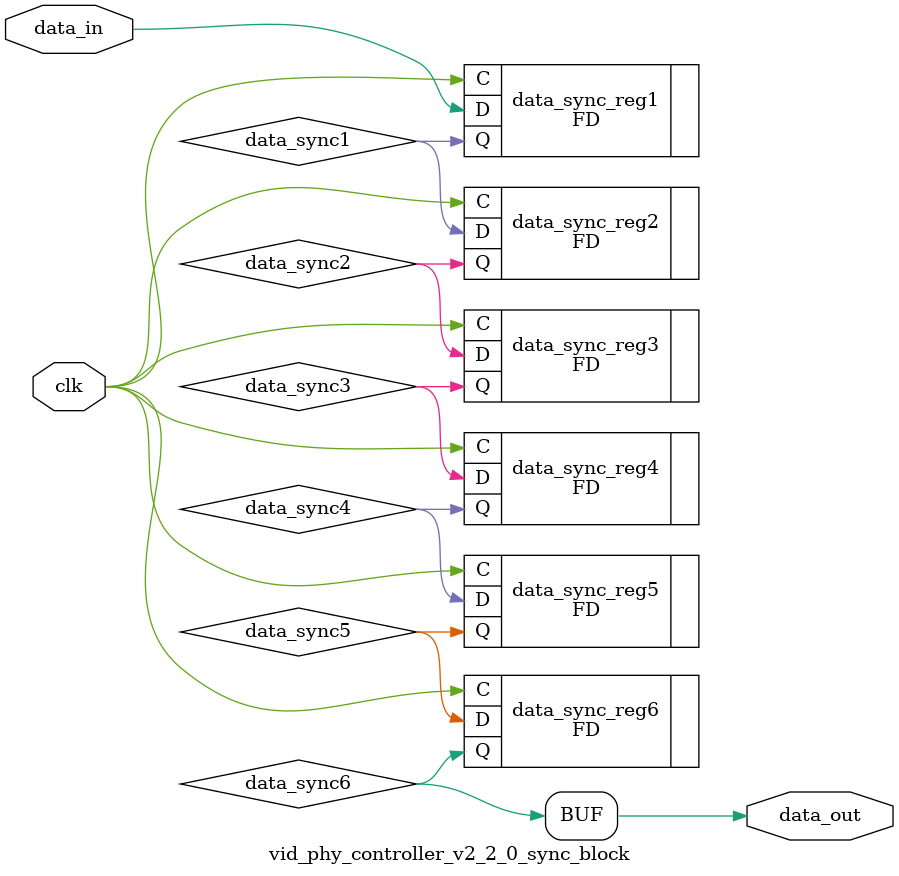
<source format=v>




`timescale 1ps / 1ps

//(* dont_touch = "yes" *)
module vid_phy_controller_v2_2_0_sync_block
  #(
  parameter INITIALISE = 6'b000000
)
(
  input        clk,              // clock to be sync'ed to
  input        data_in,          // Data to be 'synced'
  output       data_out          // synced data
);

  // Internal Signals
  wire data_sync1;
  wire data_sync2;
  wire data_sync3;
  wire data_sync4;
  wire data_sync5;
  wire data_sync6;


  (* shreg_extract = "no", ASYNC_REG = "TRUE" *)
  FD #(
    .INIT (INITIALISE[0])
  ) data_sync_reg1 (
    .C  (clk),
    .D  (data_in),
    .Q  (data_sync1)
  );


  (* shreg_extract = "no", ASYNC_REG = "TRUE" *)
  FD #(
   .INIT (INITIALISE[1])
  ) data_sync_reg2 (
  .C  (clk),
  .D  (data_sync1),
  .Q  (data_sync2)
  );


  (* shreg_extract = "no", ASYNC_REG = "TRUE" *)
  FD #(
   .INIT (INITIALISE[2])
  ) data_sync_reg3 (
  .C  (clk),
  .D  (data_sync2),
  .Q  (data_sync3)
  );

  (* shreg_extract = "no", ASYNC_REG = "TRUE" *)
  FD #(
   .INIT (INITIALISE[3])
  ) data_sync_reg4 (
  .C  (clk),
  .D  (data_sync3),
  .Q  (data_sync4)
  );

  (* shreg_extract = "no", ASYNC_REG = "TRUE" *)
  FD #(
   .INIT (INITIALISE[4])
  ) data_sync_reg5 (
  .C  (clk),
  .D  (data_sync4),
  .Q  (data_sync5)
  );

  (* shreg_extract = "no", ASYNC_REG = "TRUE" *)
  FD #(
   .INIT (INITIALISE[5])
  ) data_sync_reg6 (
  .C  (clk),
  .D  (data_sync5),
  .Q  (data_sync6)
  );
  assign data_out = data_sync6;



endmodule

</source>
